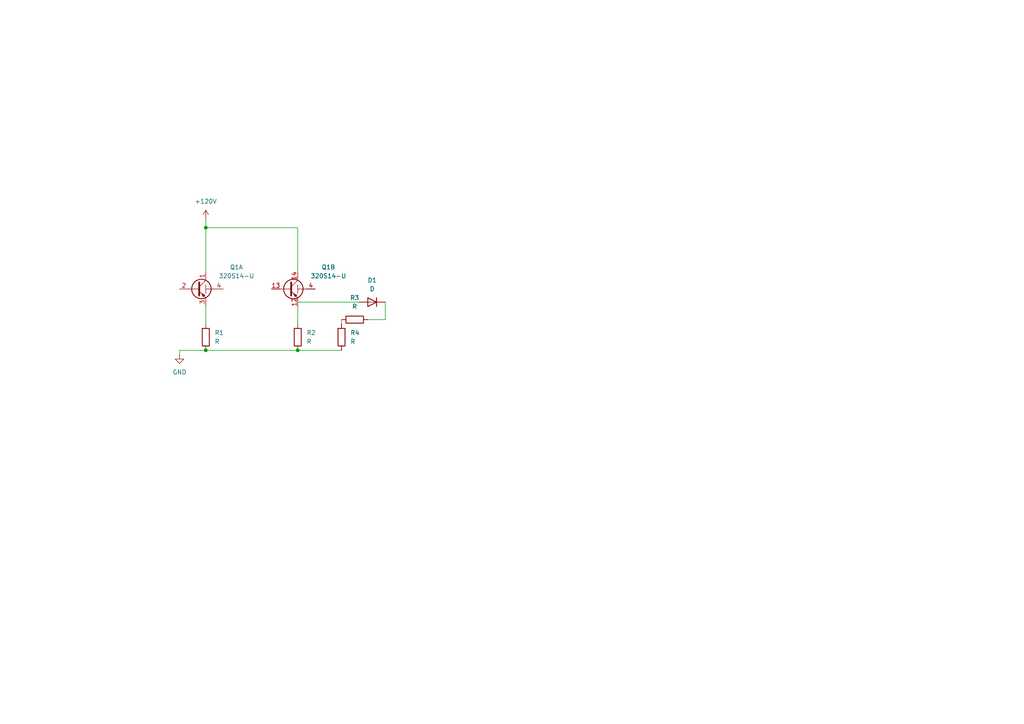
<source format=kicad_sch>
(kicad_sch (version 20231120) (generator "eeschema") (generator_version "8.0")
  (paper "A4")
  (lib_symbols
    (symbol "Device:D" (pin_numbers hide) (pin_names (offset 1.016) hide)
      (property "Reference" "D" (at 0 2.54 0))
      (property "Value" "D" (at 0 -2.54 0))
      (symbol "D_0_1"
        (polyline (pts (xy -1.27 1.27) (xy -1.27 -1.27)) (stroke (width 0.254)))
        (polyline (pts (xy 1.27 0) (xy -1.27 0)))
        (polyline (pts (xy 1.27 1.27) (xy 1.27 -1.27) (xy -1.27 0) (xy 1.27 1.27)) (stroke (width 0.254)))
      )
      (symbol "D_1_1"
        (pin passive line (at -3.81 0 0) (length 2.54) (name "K") (number "1"))
        (pin passive line (at 3.81 0 180) (length 2.54) (name "A") (number "2"))
      )
    )
    (symbol "Device:R" (pin_numbers hide) (pin_names (offset 0))
      (property "Reference" "R" (at 2.032 0 90))
      (property "Value" "R" (at 0 0 90))
      (symbol "R_0_1"
        (rectangle (start -1.016 -2.54) (end 1.016 2.54) (stroke (width 0.254)))
      )
      (symbol "R_1_1"
        (pin passive line (at 0 3.81 270) (length 1.27) (name "~") (number "1"))
        (pin passive line (at 0 -3.81 90) (length 1.27) (name "~") (number "2"))
      )
    )
    (symbol "Transistor_BJT:320S14-U" (pin_names (offset 0))
      (property "Reference" "Q" (at 5.08 2.54 0))
      (property "Value" "320S14-U" (at 5.08 -2.54 0))
      (symbol "320S14-U_0_1"
        (polyline (pts (xy 2.54 1.27) (xy 2.54 -1.27) (xy 2.54 0) (xy 5.08 0)) (stroke (width 0.1524)))
        (pin passive line (at 7.62 0 180) (length 2.54) hide (name "") (number "11"))
        (pin passive line (at 7.62 0 180) (length 2.54) (name "") (number "4"))
      )
      (symbol "320S14-U_1_1"
        (polyline (pts (xy 0.635 0) (xy -2.54 0)))
        (polyline (pts (xy 0.635 0.635) (xy 2.54 2.54)))
        (polyline (pts (xy 0.635 -0.635) (xy 2.54 -2.54) (xy 2.54 -2.54)))
        (polyline (pts (xy 0.635 1.905) (xy 0.635 -1.905) (xy 0.635 -1.905)) (stroke (width 0.508)))
        (polyline (pts (xy 2.286 -1.778) (xy 1.778 -2.286) (xy 1.27 -1.27) (xy 2.286 -1.778) (xy 2.286 -1.778)) (fill (type outline)))
        (circle (center 1.27 0) (radius 2.8194) (stroke (width 0.254)))
        (pin passive line (at 2.54 5.08 270) (length 2.54) (name "") (number "1"))
        (pin input line (at -5.08 0 0) (length 2.54) (name "") (number "2"))
        (pin passive line (at 2.54 -5.08 90) (length 2.54) (name "") (number "3"))
      )
      (symbol "320S14-U_2_1"
        (polyline (pts (xy 0.635 0) (xy -2.54 0)))
        (polyline (pts (xy 0.635 0.635) (xy 2.54 2.54)))
        (polyline (pts (xy 0.635 -0.635) (xy 2.54 -2.54) (xy 2.54 -2.54)))
        (polyline (pts (xy 0.635 1.905) (xy 0.635 -1.905) (xy 0.635 -1.905)) (stroke (width 0.508)))
        (polyline (pts (xy 2.286 -1.778) (xy 1.778 -2.286) (xy 1.27 -1.27) (xy 2.286 -1.778) (xy 2.286 -1.778)) (fill (type outline)))
        (circle (center 1.27 0) (radius 2.8194) (stroke (width 0.254)))
        (pin passive line (at 2.54 -5.08 90) (length 2.54) (name "") (number "12"))
        (pin input line (at -5.08 0 0) (length 2.54) (name "") (number "13"))
        (pin passive line (at 2.54 5.08 270) (length 2.54) (name "") (number "14"))
      )
      (symbol "320S14-U_3_1"
        (polyline (pts (xy 0.635 0) (xy -2.54 0)))
        (polyline (pts (xy 0.635 0.635) (xy 2.54 2.54)))
        (polyline (pts (xy 0.635 -0.635) (xy 2.54 -2.54) (xy 2.54 -2.54)))
        (polyline (pts (xy 0.635 1.905) (xy 0.635 -1.905) (xy 0.635 -1.905)) (stroke (width 0.508)))
        (polyline (pts (xy 2.286 -1.778) (xy 1.778 -2.286) (xy 1.27 -1.27) (xy 2.286 -1.778) (xy 2.286 -1.778)) (fill (type outline)))
        (circle (center 1.27 0) (radius 2.8194) (stroke (width 0.254)))
        (pin passive line (at 2.54 -5.08 90) (length 2.54) (name "") (number "5"))
        (pin input line (at -5.08 0 0) (length 2.54) (name "") (number "6"))
        (pin passive line (at 2.54 5.08 270) (length 2.54) (name "") (number "7"))
      )
      (symbol "320S14-U_4_1"
        (polyline (pts (xy 0.635 0) (xy -2.54 0)))
        (polyline (pts (xy 0.635 0.635) (xy 2.54 2.54)))
        (polyline (pts (xy 0.635 -0.635) (xy 2.54 -2.54) (xy 2.54 -2.54)))
        (polyline (pts (xy 0.635 1.905) (xy 0.635 -1.905) (xy 0.635 -1.905)) (stroke (width 0.508)))
        (polyline (pts (xy 2.286 -1.778) (xy 1.778 -2.286) (xy 1.27 -1.27) (xy 2.286 -1.778) (xy 2.286 -1.778)) (fill (type outline)))
        (circle (center 1.27 0) (radius 2.8194) (stroke (width 0.254)))
        (pin passive line (at 2.54 -5.08 90) (length 2.54) (name "") (number "10"))
        (pin passive line (at 2.54 5.08 270) (length 2.54) (name "") (number "8"))
        (pin input line (at -5.08 0 0) (length 2.54) (name "") (number "9"))
      )
    )
    (symbol "power:+12V" (power) (pin_numbers hide) (pin_names (offset 0) hide)
      (property "Value" "+12V" (at 0 3.556 0))
      (symbol "+12V_0_1"
        (polyline (pts (xy -0.762 1.27) (xy 0 2.54)))
        (polyline (pts (xy 0 0) (xy 0 2.54)))
        (polyline (pts (xy 0 2.54) (xy 0.762 1.27)))
      )
      (symbol "+12V_1_1"
        (pin power_in line (at 0 0 90) (length 0) (name "~") (number "1"))
      )
    )
    (symbol "power:GND" (power) (pin_numbers hide) (pin_names (offset 0) hide)
      (property "Value" "GND" (at 0 -3.81 0))
      (symbol "GND_0_1"
        (polyline (pts (xy 0 0) (xy 0 -1.27) (xy 1.27 -1.27) (xy 0 -2.54) (xy -1.27 -1.27) (xy 0 -1.27)))
      )
      (symbol "GND_1_1"
        (pin power_in line (at 0 0 270) (length 0) (name "~") (number "1"))
      )
    )
  )
  (junction (at 59.69 101.6))
  (junction (at 86.36 101.6))
  (junction (at 59.69 66.04))
  (wire (pts (xy 86.36 101.6) (xy 59.69 101.6)))
  (wire (pts (xy 111.76 87.63) (xy 111.76 92.71)))
  (wire (pts (xy 59.69 63.5) (xy 59.69 66.04)))
  (wire (pts (xy 86.36 66.04) (xy 86.36 78.74)))
  (wire (pts (xy 99.06 101.6) (xy 86.36 101.6)))
  (wire (pts (xy 59.69 88.9) (xy 59.69 93.98)))
  (wire (pts (xy 59.69 66.04) (xy 59.69 78.74)))
  (wire (pts (xy 86.36 88.9) (xy 86.36 93.98)))
  (wire (pts (xy 106.68 92.71) (xy 111.76 92.71)))
  (wire (pts (xy 59.69 66.04) (xy 86.36 66.04)))
  (wire (pts (xy 99.06 92.71) (xy 99.06 93.98)))
  (wire (pts (xy 86.36 87.63) (xy 104.14 87.63)))
  (wire (pts (xy 59.69 101.6) (xy 52.07 101.6)))
  (wire (pts (xy 52.07 101.6) (xy 52.07 102.87)))
  (symbol (lib_id "Device:R") (at 99.06 97.79 0) (unit 1)
    (property "Reference" "R4" (at 101.6 96.5199 0) (effects (justify left)))
    (property "Value" "R" (at 101.6 99.0599 0) (effects (justify left)))
    (property "Description" "Resistor" (effects (hide yes)))
  )
  (symbol (lib_id "Transistor_BJT:320S14-U") (at 57.15 83.82 0) (unit 1)
    (property "Reference" "Q1" (at 68.58 77.5014 0))
    (property "Value" "320S14-U" (at 68.58 80.0414 0))
    (property "Footprint" "Package_SO:SOIC-14_3.9x8.7mm_P1.27mm" (effects (hide yes)))
    (property "Datasheet" "https://www.thatcorp.com/datashts/THAT_300-Series_Datasheet.pdf" (effects (hide yes)))
    (property "Description" "4 Matched PNP Transistors, hfe=75, SOIC-14" (effects (hide yes)))
  )
  (symbol (lib_id "Device:D") (at 107.95 87.63 180) (unit 1)
    (property "Reference" "D1" (at 107.95 81.28 0))
    (property "Value" "D" (at 107.95 83.82 0))
    (property "Description" "Diode" (effects (hide yes)))
    (property "Sim.Device" "D" (effects (hide yes)))
    (property "Sim.Pins" "1=K 2=A" (effects (hide yes)))
  )
  (symbol (lib_id "Device:R") (at 86.36 97.79 0) (unit 1)
    (property "Reference" "R2" (at 88.9 96.5199 0) (effects (justify left)))
    (property "Value" "R" (at 88.9 99.0599 0) (effects (justify left)))
    (property "Description" "Resistor" (effects (hide yes)))
  )
  (symbol (lib_id "power:+12V") (at 59.69 63.5 0) (unit 1)
    (property "Reference" "#PWR02" (effects (hide yes)))
    (property "Value" "+120V" (at 59.69 58.42 0))
    (property "Description" "Power symbol creates a global label with name \"+12V\"" (effects (hide yes)))
  )
  (symbol (lib_id "Device:R") (at 102.87 92.71 90) (unit 1)
    (property "Reference" "R3" (at 102.87 86.36 90))
    (property "Value" "R" (at 102.87 88.9 90))
    (property "Description" "Resistor" (effects (hide yes)))
  )
  (symbol (lib_id "Device:R") (at 59.69 97.79 0) (unit 1)
    (property "Reference" "R1" (at 62.23 96.5199 0) (effects (justify left)))
    (property "Value" "R" (at 62.23 99.0599 0) (effects (justify left)))
    (property "Description" "Resistor" (effects (hide yes)))
  )
  (symbol (lib_id "Transistor_BJT:320S14-U") (at 83.82 83.82 0) (unit 2)
    (property "Reference" "Q1" (at 95.25 77.5014 0))
    (property "Value" "320S14-U" (at 95.25 80.0414 0))
    (property "Footprint" "Package_SO:SOIC-14_3.9x8.7mm_P1.27mm" (effects (hide yes)))
    (property "Datasheet" "https://www.thatcorp.com/datashts/THAT_300-Series_Datasheet.pdf" (effects (hide yes)))
    (property "Description" "4 Matched PNP Transistors, hfe=75, SOIC-14" (effects (hide yes)))
  )
  (symbol (lib_id "power:GND") (at 52.07 102.87 0) (unit 1)
    (property "Reference" "#PWR01" (effects (hide yes)))
    (property "Value" "GND" (at 52.07 107.95 0))
    (property "Description" "Power symbol creates a global label with name \"GND\" , ground" (effects (hide yes)))
  )
)
</source>
